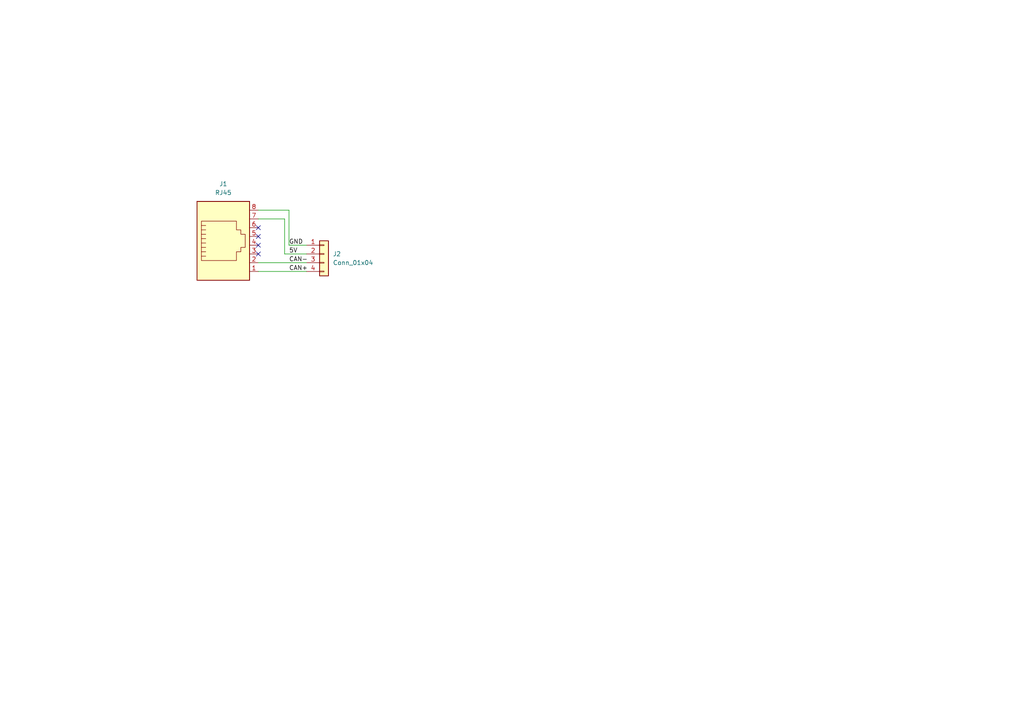
<source format=kicad_sch>
(kicad_sch (version 20231120) (generator "eeschema") (generator_version "8.0")
  (paper "A4")
  (lib_symbols
    (symbol "Connector:RJ45" (pin_names (offset 1.016))
      (property "Reference" "J" (at -5.08 13.97 0))
      (property "Value" "RJ45" (at 2.54 13.97 0))
      (symbol "RJ45_0_1"
        (polyline (pts (xy -5.08 4.445) (xy -6.35 4.445)))
        (polyline (pts (xy -5.08 5.715) (xy -6.35 5.715)))
        (polyline (pts (xy -6.35 -3.175) (xy -5.08 -3.175) (xy -5.08 -3.175)))
        (polyline (pts (xy -6.35 -1.905) (xy -5.08 -1.905) (xy -5.08 -1.905)))
        (polyline (pts (xy -6.35 -0.635) (xy -5.08 -0.635) (xy -5.08 -0.635)))
        (polyline (pts (xy -6.35 0.635) (xy -5.08 0.635) (xy -5.08 0.635)))
        (polyline (pts (xy -6.35 1.905) (xy -5.08 1.905) (xy -5.08 1.905)))
        (polyline (pts (xy -5.08 3.175) (xy -6.35 3.175) (xy -6.35 3.175)))
        (polyline (pts (xy -6.35 -4.445) (xy -6.35 6.985) (xy 3.81 6.985) (xy 3.81 4.445) (xy 5.08 4.445) (xy 5.08 3.175) (xy 6.35 3.175) (xy 6.35 -0.635) (xy 5.08 -0.635) (xy 5.08 -1.905) (xy 3.81 -1.905) (xy 3.81 -4.445) (xy -6.35 -4.445) (xy -6.35 -4.445)))
        (rectangle (start 7.62 12.7) (end -7.62 -10.16) (stroke (width 0.254)) (fill (type background)))
      )
      (symbol "RJ45_1_1"
        (pin passive line (at 10.16 -7.62 180) (length 2.54) (name "~") (number "1"))
        (pin passive line (at 10.16 -5.08 180) (length 2.54) (name "~") (number "2"))
        (pin passive line (at 10.16 -2.54 180) (length 2.54) (name "~") (number "3"))
        (pin passive line (at 10.16 0 180) (length 2.54) (name "~") (number "4"))
        (pin passive line (at 10.16 2.54 180) (length 2.54) (name "~") (number "5"))
        (pin passive line (at 10.16 5.08 180) (length 2.54) (name "~") (number "6"))
        (pin passive line (at 10.16 7.62 180) (length 2.54) (name "~") (number "7"))
        (pin passive line (at 10.16 10.16 180) (length 2.54) (name "~") (number "8"))
      )
    )
    (symbol "Connector_Generic:Conn_01x04" (pin_names (offset 1.016) hide)
      (property "Reference" "J" (at 0 5.08 0))
      (property "Value" "Conn_01x04" (at 0 -7.62 0))
      (symbol "Conn_01x04_1_1"
        (rectangle (start -1.27 -4.953) (end 0 -5.207) (stroke (width 0.1524)))
        (rectangle (start -1.27 -2.413) (end 0 -2.667) (stroke (width 0.1524)))
        (rectangle (start -1.27 0.127) (end 0 -0.127) (stroke (width 0.1524)))
        (rectangle (start -1.27 2.667) (end 0 2.413) (stroke (width 0.1524)))
        (rectangle (start -1.27 3.81) (end 1.27 -6.35) (stroke (width 0.254)) (fill (type background)))
        (pin passive line (at -5.08 2.54 0) (length 3.81) (name "Pin_1") (number "1"))
        (pin passive line (at -5.08 0 0) (length 3.81) (name "Pin_2") (number "2"))
        (pin passive line (at -5.08 -2.54 0) (length 3.81) (name "Pin_3") (number "3"))
        (pin passive line (at -5.08 -5.08 0) (length 3.81) (name "Pin_4") (number "4"))
      )
    )
  )
  (no_connect (at 74.93 66.04))
  (no_connect (at 74.93 71.12))
  (no_connect (at 74.93 68.58))
  (no_connect (at 74.93 73.66))
  (wire (pts (xy 83.82 71.12) (xy 83.82 60.96)))
  (wire (pts (xy 74.93 63.5) (xy 82.55 63.5)))
  (wire (pts (xy 82.55 63.5) (xy 82.55 73.66)))
  (wire (pts (xy 83.82 71.12) (xy 88.9 71.12)))
  (wire (pts (xy 83.82 60.96) (xy 74.93 60.96)))
  (wire (pts (xy 74.93 78.74) (xy 88.9 78.74)))
  (wire (pts (xy 82.55 73.66) (xy 88.9 73.66)))
  (wire (pts (xy 74.93 76.2) (xy 88.9 76.2)))
  (label "CAN+" (at 83.82 78.74 0))
  (label "CAN-" (at 83.82 76.2 0))
  (label "5V" (at 83.82 73.66 0))
  (label "GND" (at 83.82 71.12 0))
  (symbol (lib_id "Connector:RJ45") (at 64.77 71.12 0) (unit 1)
    (property "Reference" "J1" (at 64.77 53.34 0))
    (property "Value" "RJ45" (at 64.77 55.88 0))
    (property "Footprint" "Connector_RJ:RJ45_Amphenol_54602-x08_Horizontal" (effects (hide yes)))
    (property "Description" "RJ connector, 8P8C (8 positions 8 connected)" (effects (hide yes)))
  )
  (symbol (lib_id "Connector_Generic:Conn_01x04") (at 93.98 73.66 0) (unit 1)
    (property "Reference" "J2" (at 96.52 73.6599 0) (effects (justify left)))
    (property "Value" "Conn_01x04" (at 96.52 76.1999 0) (effects (justify left)))
    (property "Footprint" "Connector_Wire:SolderWire-0.75sqmm_1x04_P4.8mm_D1.25mm_OD2.3mm" (effects (hide yes)))
    (property "Description" "Generic connector, single row, 01x04, script generated (kicad-library-utils/schlib/autogen/connector/)" (effects (hide yes)))
  )
)
</source>
